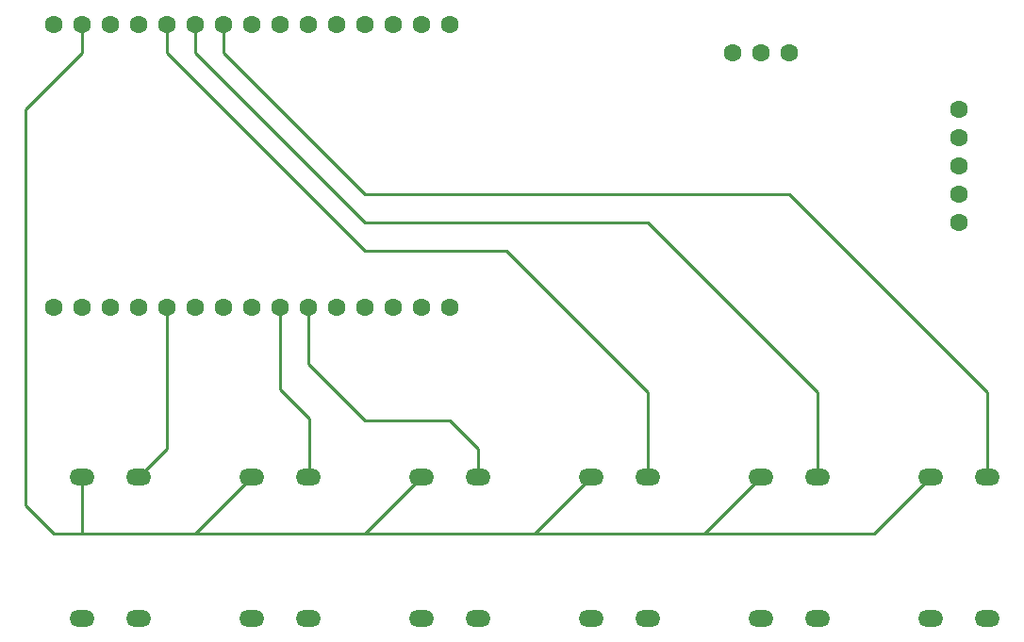
<source format=gbl>
G04 #@! TF.GenerationSoftware,KiCad,Pcbnew,7.0.6*
G04 #@! TF.CreationDate,2023-10-08T17:39:31-05:00*
G04 #@! TF.ProjectId,DogTimerPCB,446f6754-696d-4657-9250-43422e6b6963,rev?*
G04 #@! TF.SameCoordinates,Original*
G04 #@! TF.FileFunction,Copper,L2,Bot*
G04 #@! TF.FilePolarity,Positive*
%FSLAX46Y46*%
G04 Gerber Fmt 4.6, Leading zero omitted, Abs format (unit mm)*
G04 Created by KiCad (PCBNEW 7.0.6) date 2023-10-08 17:39:31*
%MOMM*%
%LPD*%
G01*
G04 APERTURE LIST*
G04 #@! TA.AperFunction,ComponentPad*
%ADD10O,2.250000X1.500000*%
G04 #@! TD*
G04 #@! TA.AperFunction,ComponentPad*
%ADD11C,1.600000*%
G04 #@! TD*
G04 #@! TA.AperFunction,Conductor*
%ADD12C,0.250000*%
G04 #@! TD*
G04 APERTURE END LIST*
D10*
X119380000Y-83820000D03*
X124460000Y-96520000D03*
X119380000Y-96520000D03*
X124460000Y-96520000D03*
X119380000Y-96520000D03*
X124460000Y-83820000D03*
X124460000Y-83820000D03*
X104140000Y-83820000D03*
X109220000Y-96520000D03*
X104140000Y-96520000D03*
X109220000Y-96520000D03*
X104140000Y-96520000D03*
X109220000Y-83820000D03*
X109220000Y-83820000D03*
X88900000Y-83820000D03*
X93980000Y-96520000D03*
X88900000Y-96520000D03*
X93980000Y-96520000D03*
X88900000Y-96520000D03*
X93980000Y-83820000D03*
X93980000Y-83820000D03*
X73660000Y-83820000D03*
X78740000Y-96520000D03*
X73660000Y-96520000D03*
X78740000Y-96520000D03*
X73660000Y-96520000D03*
X78740000Y-83820000D03*
X78740000Y-83820000D03*
X58420000Y-83820000D03*
X63500000Y-96520000D03*
X58420000Y-96520000D03*
X63500000Y-96520000D03*
X58420000Y-96520000D03*
X63500000Y-83820000D03*
X63500000Y-83820000D03*
X43180000Y-96520000D03*
X43180000Y-96520000D03*
X48260000Y-96520000D03*
X48260000Y-96520000D03*
X48260000Y-83820000D03*
X48260000Y-83820000D03*
X43180000Y-83820000D03*
D11*
X76200000Y-43180000D03*
X48260000Y-68580000D03*
X58420000Y-68580000D03*
X55880000Y-43180000D03*
X121920000Y-50800000D03*
X104140000Y-45720000D03*
X66040000Y-43180000D03*
X45720000Y-68580000D03*
X60960000Y-43180000D03*
X45720000Y-43180000D03*
X63500000Y-68580000D03*
X58420000Y-43180000D03*
X53340000Y-68580000D03*
X50800000Y-68580000D03*
X106680000Y-45720000D03*
X40640000Y-43180000D03*
X71120000Y-43180000D03*
X68580000Y-68580000D03*
X121920000Y-60960000D03*
X76200000Y-68580000D03*
X43180000Y-68580000D03*
X43180000Y-43180000D03*
X73660000Y-68580000D03*
X73660000Y-43180000D03*
X55880000Y-68580000D03*
X121920000Y-58420000D03*
X66040000Y-68580000D03*
X121920000Y-53340000D03*
X101600000Y-45720000D03*
X48260000Y-43180000D03*
X63500000Y-43180000D03*
X40640000Y-68580000D03*
X121920000Y-55880000D03*
X60960000Y-68580000D03*
X53340000Y-43180000D03*
X50800000Y-43180000D03*
X71120000Y-68580000D03*
X68580000Y-43180000D03*
D12*
X109220000Y-76200000D02*
X109220000Y-83820000D01*
X43180000Y-88900000D02*
X43180000Y-83820000D01*
X93980000Y-76200000D02*
X93980000Y-83820000D01*
X124460000Y-76200000D02*
X124460000Y-83820000D01*
X38100000Y-86360000D02*
X40640000Y-88900000D01*
X63500000Y-73660000D02*
X68580000Y-78740000D01*
X43180000Y-43180000D02*
X43180000Y-45720000D01*
X55880000Y-45720000D02*
X55880000Y-43180000D01*
X68580000Y-58420000D02*
X55880000Y-45720000D01*
X53340000Y-88900000D02*
X68580000Y-88900000D01*
X104140000Y-83820000D02*
X99060000Y-88900000D01*
X68580000Y-60960000D02*
X53340000Y-45720000D01*
X50800000Y-45720000D02*
X50800000Y-43180000D01*
X50800000Y-68580000D02*
X50800000Y-81280000D01*
X68580000Y-63500000D02*
X50800000Y-45720000D01*
X60960000Y-68580000D02*
X60960000Y-75976554D01*
X78740000Y-81280000D02*
X78740000Y-83820000D01*
X68580000Y-88900000D02*
X83820000Y-88900000D01*
X88900000Y-83820000D02*
X83820000Y-88900000D01*
X106680000Y-58420000D02*
X124460000Y-76200000D01*
X63500000Y-71120000D02*
X63500000Y-73660000D01*
X83820000Y-88900000D02*
X99060000Y-88900000D01*
X43180000Y-88900000D02*
X53340000Y-88900000D01*
X68580000Y-63500000D02*
X81280000Y-63500000D01*
X58420000Y-83820000D02*
X53340000Y-88900000D01*
X38100000Y-50800000D02*
X38100000Y-86360000D01*
X63528835Y-78545389D02*
X63528835Y-83820000D01*
X114300000Y-88900000D02*
X119380000Y-83820000D01*
X99060000Y-88900000D02*
X114300000Y-88900000D01*
X63500000Y-68580000D02*
X63500000Y-71120000D01*
X60960000Y-75976554D02*
X63528835Y-78545389D01*
X50800000Y-81280000D02*
X48260000Y-83820000D01*
X40640000Y-88900000D02*
X43180000Y-88900000D01*
X93980000Y-60960000D02*
X109220000Y-76200000D01*
X93980000Y-60960000D02*
X68580000Y-60960000D01*
X43180000Y-45720000D02*
X38100000Y-50800000D01*
X68580000Y-78740000D02*
X76200000Y-78740000D01*
X81280000Y-63500000D02*
X93980000Y-76200000D01*
X53340000Y-45720000D02*
X53340000Y-43180000D01*
X73660000Y-83820000D02*
X68580000Y-88900000D01*
X68580000Y-58420000D02*
X106680000Y-58420000D01*
X76200000Y-78740000D02*
X78740000Y-81280000D01*
M02*

</source>
